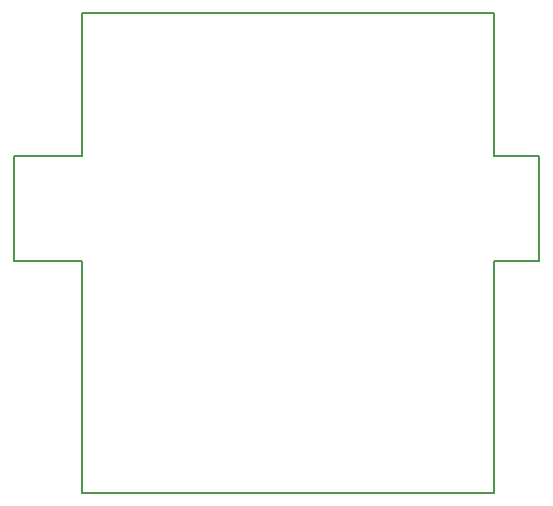
<source format=gm1>
G04 #@! TF.FileFunction,Profile,NP*
%FSLAX46Y46*%
G04 Gerber Fmt 4.6, Leading zero omitted, Abs format (unit mm)*
G04 Created by KiCad (PCBNEW 4.0.0-rc2-stable) date 20.01.2016 09:53:01*
%MOMM*%
G01*
G04 APERTURE LIST*
%ADD10C,0.100000*%
%ADD11C,0.150000*%
G04 APERTURE END LIST*
D10*
D11*
X158242000Y-119380000D02*
X158242000Y-99695000D01*
X123317000Y-119380000D02*
X158242000Y-119380000D01*
X123317000Y-99695000D02*
X123317000Y-119380000D01*
X123317000Y-78740000D02*
X123317000Y-90805000D01*
X158242000Y-78740000D02*
X123317000Y-78740000D01*
X158242000Y-90805000D02*
X158242000Y-78740000D01*
X117602000Y-90805000D02*
X123317000Y-90805000D01*
X117602000Y-99695000D02*
X117602000Y-90805000D01*
X123317000Y-99695000D02*
X117602000Y-99695000D01*
X162052000Y-99695000D02*
X158242000Y-99695000D01*
X162052000Y-90805000D02*
X162052000Y-99695000D01*
X158242000Y-90805000D02*
X162052000Y-90805000D01*
M02*

</source>
